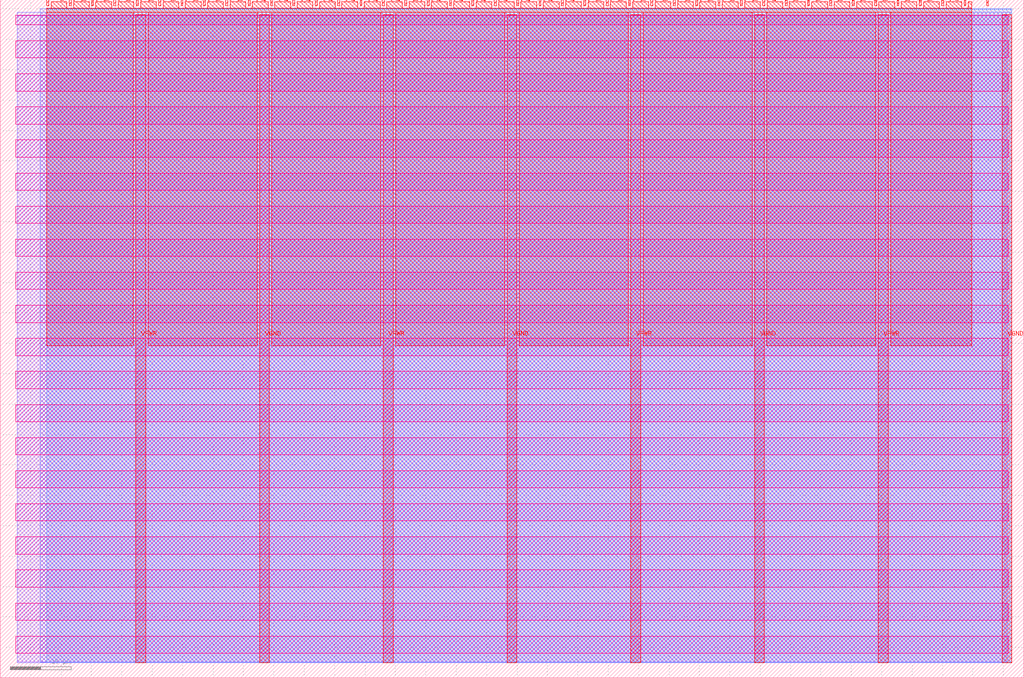
<source format=lef>
VERSION 5.7 ;
  NOWIREEXTENSIONATPIN ON ;
  DIVIDERCHAR "/" ;
  BUSBITCHARS "[]" ;
MACRO tt_um_MultiPatternLEDSequencer_RSYO3000
  CLASS BLOCK ;
  FOREIGN tt_um_MultiPatternLEDSequencer_RSYO3000 ;
  ORIGIN 0.000 0.000 ;
  SIZE 168.360 BY 111.520 ;
  PIN VGND
    DIRECTION INOUT ;
    USE GROUND ;
    PORT
      LAYER met4 ;
        RECT 42.670 2.480 44.270 109.040 ;
    END
    PORT
      LAYER met4 ;
        RECT 83.380 2.480 84.980 109.040 ;
    END
    PORT
      LAYER met4 ;
        RECT 124.090 2.480 125.690 109.040 ;
    END
    PORT
      LAYER met4 ;
        RECT 164.800 2.480 166.400 109.040 ;
    END
  END VGND
  PIN VPWR
    DIRECTION INOUT ;
    USE POWER ;
    PORT
      LAYER met4 ;
        RECT 22.315 2.480 23.915 109.040 ;
    END
    PORT
      LAYER met4 ;
        RECT 63.025 2.480 64.625 109.040 ;
    END
    PORT
      LAYER met4 ;
        RECT 103.735 2.480 105.335 109.040 ;
    END
    PORT
      LAYER met4 ;
        RECT 144.445 2.480 146.045 109.040 ;
    END
  END VPWR
  PIN clk
    DIRECTION INPUT ;
    USE SIGNAL ;
    ANTENNAGATEAREA 0.852000 ;
    PORT
      LAYER met4 ;
        RECT 158.550 110.520 158.850 111.520 ;
    END
  END clk
  PIN ena
    DIRECTION INPUT ;
    USE SIGNAL ;
    PORT
      LAYER met4 ;
        RECT 162.230 110.520 162.530 111.520 ;
    END
  END ena
  PIN rst_n
    DIRECTION INPUT ;
    USE SIGNAL ;
    ANTENNAGATEAREA 0.213000 ;
    PORT
      LAYER met4 ;
        RECT 154.870 110.520 155.170 111.520 ;
    END
  END rst_n
  PIN ui_in[0]
    DIRECTION INPUT ;
    USE SIGNAL ;
    ANTENNAGATEAREA 0.196500 ;
    PORT
      LAYER met4 ;
        RECT 151.190 110.520 151.490 111.520 ;
    END
  END ui_in[0]
  PIN ui_in[1]
    DIRECTION INPUT ;
    USE SIGNAL ;
    ANTENNAGATEAREA 0.126000 ;
    PORT
      LAYER met4 ;
        RECT 147.510 110.520 147.810 111.520 ;
    END
  END ui_in[1]
  PIN ui_in[2]
    DIRECTION INPUT ;
    USE SIGNAL ;
    ANTENNAGATEAREA 0.213000 ;
    PORT
      LAYER met4 ;
        RECT 143.830 110.520 144.130 111.520 ;
    END
  END ui_in[2]
  PIN ui_in[3]
    DIRECTION INPUT ;
    USE SIGNAL ;
    ANTENNAGATEAREA 0.213000 ;
    PORT
      LAYER met4 ;
        RECT 140.150 110.520 140.450 111.520 ;
    END
  END ui_in[3]
  PIN ui_in[4]
    DIRECTION INPUT ;
    USE SIGNAL ;
    ANTENNAGATEAREA 0.159000 ;
    PORT
      LAYER met4 ;
        RECT 136.470 110.520 136.770 111.520 ;
    END
  END ui_in[4]
  PIN ui_in[5]
    DIRECTION INPUT ;
    USE SIGNAL ;
    ANTENNAGATEAREA 0.213000 ;
    PORT
      LAYER met4 ;
        RECT 132.790 110.520 133.090 111.520 ;
    END
  END ui_in[5]
  PIN ui_in[6]
    DIRECTION INPUT ;
    USE SIGNAL ;
    ANTENNAGATEAREA 0.213000 ;
    PORT
      LAYER met4 ;
        RECT 129.110 110.520 129.410 111.520 ;
    END
  END ui_in[6]
  PIN ui_in[7]
    DIRECTION INPUT ;
    USE SIGNAL ;
    PORT
      LAYER met4 ;
        RECT 125.430 110.520 125.730 111.520 ;
    END
  END ui_in[7]
  PIN uio_in[0]
    DIRECTION INPUT ;
    USE SIGNAL ;
    PORT
      LAYER met4 ;
        RECT 121.750 110.520 122.050 111.520 ;
    END
  END uio_in[0]
  PIN uio_in[1]
    DIRECTION INPUT ;
    USE SIGNAL ;
    PORT
      LAYER met4 ;
        RECT 118.070 110.520 118.370 111.520 ;
    END
  END uio_in[1]
  PIN uio_in[2]
    DIRECTION INPUT ;
    USE SIGNAL ;
    PORT
      LAYER met4 ;
        RECT 114.390 110.520 114.690 111.520 ;
    END
  END uio_in[2]
  PIN uio_in[3]
    DIRECTION INPUT ;
    USE SIGNAL ;
    PORT
      LAYER met4 ;
        RECT 110.710 110.520 111.010 111.520 ;
    END
  END uio_in[3]
  PIN uio_in[4]
    DIRECTION INPUT ;
    USE SIGNAL ;
    PORT
      LAYER met4 ;
        RECT 107.030 110.520 107.330 111.520 ;
    END
  END uio_in[4]
  PIN uio_in[5]
    DIRECTION INPUT ;
    USE SIGNAL ;
    PORT
      LAYER met4 ;
        RECT 103.350 110.520 103.650 111.520 ;
    END
  END uio_in[5]
  PIN uio_in[6]
    DIRECTION INPUT ;
    USE SIGNAL ;
    PORT
      LAYER met4 ;
        RECT 99.670 110.520 99.970 111.520 ;
    END
  END uio_in[6]
  PIN uio_in[7]
    DIRECTION INPUT ;
    USE SIGNAL ;
    PORT
      LAYER met4 ;
        RECT 95.990 110.520 96.290 111.520 ;
    END
  END uio_in[7]
  PIN uio_oe[0]
    DIRECTION OUTPUT TRISTATE ;
    USE SIGNAL ;
    PORT
      LAYER met4 ;
        RECT 33.430 110.520 33.730 111.520 ;
    END
  END uio_oe[0]
  PIN uio_oe[1]
    DIRECTION OUTPUT TRISTATE ;
    USE SIGNAL ;
    PORT
      LAYER met4 ;
        RECT 29.750 110.520 30.050 111.520 ;
    END
  END uio_oe[1]
  PIN uio_oe[2]
    DIRECTION OUTPUT TRISTATE ;
    USE SIGNAL ;
    PORT
      LAYER met4 ;
        RECT 26.070 110.520 26.370 111.520 ;
    END
  END uio_oe[2]
  PIN uio_oe[3]
    DIRECTION OUTPUT TRISTATE ;
    USE SIGNAL ;
    PORT
      LAYER met4 ;
        RECT 22.390 110.520 22.690 111.520 ;
    END
  END uio_oe[3]
  PIN uio_oe[4]
    DIRECTION OUTPUT TRISTATE ;
    USE SIGNAL ;
    PORT
      LAYER met4 ;
        RECT 18.710 110.520 19.010 111.520 ;
    END
  END uio_oe[4]
  PIN uio_oe[5]
    DIRECTION OUTPUT TRISTATE ;
    USE SIGNAL ;
    PORT
      LAYER met4 ;
        RECT 15.030 110.520 15.330 111.520 ;
    END
  END uio_oe[5]
  PIN uio_oe[6]
    DIRECTION OUTPUT TRISTATE ;
    USE SIGNAL ;
    PORT
      LAYER met4 ;
        RECT 11.350 110.520 11.650 111.520 ;
    END
  END uio_oe[6]
  PIN uio_oe[7]
    DIRECTION OUTPUT TRISTATE ;
    USE SIGNAL ;
    PORT
      LAYER met4 ;
        RECT 7.670 110.520 7.970 111.520 ;
    END
  END uio_oe[7]
  PIN uio_out[0]
    DIRECTION OUTPUT TRISTATE ;
    USE SIGNAL ;
    PORT
      LAYER met4 ;
        RECT 62.870 110.520 63.170 111.520 ;
    END
  END uio_out[0]
  PIN uio_out[1]
    DIRECTION OUTPUT TRISTATE ;
    USE SIGNAL ;
    PORT
      LAYER met4 ;
        RECT 59.190 110.520 59.490 111.520 ;
    END
  END uio_out[1]
  PIN uio_out[2]
    DIRECTION OUTPUT TRISTATE ;
    USE SIGNAL ;
    PORT
      LAYER met4 ;
        RECT 55.510 110.520 55.810 111.520 ;
    END
  END uio_out[2]
  PIN uio_out[3]
    DIRECTION OUTPUT TRISTATE ;
    USE SIGNAL ;
    PORT
      LAYER met4 ;
        RECT 51.830 110.520 52.130 111.520 ;
    END
  END uio_out[3]
  PIN uio_out[4]
    DIRECTION OUTPUT TRISTATE ;
    USE SIGNAL ;
    PORT
      LAYER met4 ;
        RECT 48.150 110.520 48.450 111.520 ;
    END
  END uio_out[4]
  PIN uio_out[5]
    DIRECTION OUTPUT TRISTATE ;
    USE SIGNAL ;
    PORT
      LAYER met4 ;
        RECT 44.470 110.520 44.770 111.520 ;
    END
  END uio_out[5]
  PIN uio_out[6]
    DIRECTION OUTPUT TRISTATE ;
    USE SIGNAL ;
    PORT
      LAYER met4 ;
        RECT 40.790 110.520 41.090 111.520 ;
    END
  END uio_out[6]
  PIN uio_out[7]
    DIRECTION OUTPUT TRISTATE ;
    USE SIGNAL ;
    PORT
      LAYER met4 ;
        RECT 37.110 110.520 37.410 111.520 ;
    END
  END uio_out[7]
  PIN uo_out[0]
    DIRECTION OUTPUT TRISTATE ;
    USE SIGNAL ;
    ANTENNAGATEAREA 0.247500 ;
    ANTENNADIFFAREA 0.891000 ;
    PORT
      LAYER met4 ;
        RECT 92.310 110.520 92.610 111.520 ;
    END
  END uo_out[0]
  PIN uo_out[1]
    DIRECTION OUTPUT TRISTATE ;
    USE SIGNAL ;
    ANTENNAGATEAREA 0.499500 ;
    ANTENNADIFFAREA 0.891000 ;
    PORT
      LAYER met4 ;
        RECT 88.630 110.520 88.930 111.520 ;
    END
  END uo_out[1]
  PIN uo_out[2]
    DIRECTION OUTPUT TRISTATE ;
    USE SIGNAL ;
    ANTENNAGATEAREA 0.499500 ;
    ANTENNADIFFAREA 0.891000 ;
    PORT
      LAYER met4 ;
        RECT 84.950 110.520 85.250 111.520 ;
    END
  END uo_out[2]
  PIN uo_out[3]
    DIRECTION OUTPUT TRISTATE ;
    USE SIGNAL ;
    ANTENNAGATEAREA 0.378000 ;
    ANTENNADIFFAREA 0.891000 ;
    PORT
      LAYER met4 ;
        RECT 81.270 110.520 81.570 111.520 ;
    END
  END uo_out[3]
  PIN uo_out[4]
    DIRECTION OUTPUT TRISTATE ;
    USE SIGNAL ;
    ANTENNAGATEAREA 0.499500 ;
    ANTENNADIFFAREA 0.891000 ;
    PORT
      LAYER met4 ;
        RECT 77.590 110.520 77.890 111.520 ;
    END
  END uo_out[4]
  PIN uo_out[5]
    DIRECTION OUTPUT TRISTATE ;
    USE SIGNAL ;
    ANTENNAGATEAREA 0.499500 ;
    ANTENNADIFFAREA 0.891000 ;
    PORT
      LAYER met4 ;
        RECT 73.910 110.520 74.210 111.520 ;
    END
  END uo_out[5]
  PIN uo_out[6]
    DIRECTION OUTPUT TRISTATE ;
    USE SIGNAL ;
    ANTENNAGATEAREA 0.252000 ;
    ANTENNADIFFAREA 0.891000 ;
    PORT
      LAYER met4 ;
        RECT 70.230 110.520 70.530 111.520 ;
    END
  END uo_out[6]
  PIN uo_out[7]
    DIRECTION OUTPUT TRISTATE ;
    USE SIGNAL ;
    ANTENNADIFFAREA 0.891000 ;
    PORT
      LAYER met4 ;
        RECT 66.550 110.520 66.850 111.520 ;
    END
  END uo_out[7]
  OBS
      LAYER nwell ;
        RECT 2.570 107.385 165.790 108.990 ;
        RECT 2.570 101.945 165.790 104.775 ;
        RECT 2.570 96.505 165.790 99.335 ;
        RECT 2.570 91.065 165.790 93.895 ;
        RECT 2.570 85.625 165.790 88.455 ;
        RECT 2.570 80.185 165.790 83.015 ;
        RECT 2.570 74.745 165.790 77.575 ;
        RECT 2.570 69.305 165.790 72.135 ;
        RECT 2.570 63.865 165.790 66.695 ;
        RECT 2.570 58.425 165.790 61.255 ;
        RECT 2.570 52.985 165.790 55.815 ;
        RECT 2.570 47.545 165.790 50.375 ;
        RECT 2.570 42.105 165.790 44.935 ;
        RECT 2.570 36.665 165.790 39.495 ;
        RECT 2.570 31.225 165.790 34.055 ;
        RECT 2.570 25.785 165.790 28.615 ;
        RECT 2.570 20.345 165.790 23.175 ;
        RECT 2.570 14.905 165.790 17.735 ;
        RECT 2.570 9.465 165.790 12.295 ;
        RECT 2.570 4.025 165.790 6.855 ;
      LAYER li1 ;
        RECT 2.760 2.635 165.600 108.885 ;
      LAYER met1 ;
        RECT 2.760 2.480 166.400 109.440 ;
      LAYER met2 ;
        RECT 6.540 2.535 166.370 110.005 ;
      LAYER met3 ;
        RECT 7.630 2.555 166.390 109.985 ;
      LAYER met4 ;
        RECT 8.370 110.120 10.950 111.170 ;
        RECT 12.050 110.120 14.630 111.170 ;
        RECT 15.730 110.120 18.310 111.170 ;
        RECT 19.410 110.120 21.990 111.170 ;
        RECT 23.090 110.120 25.670 111.170 ;
        RECT 26.770 110.120 29.350 111.170 ;
        RECT 30.450 110.120 33.030 111.170 ;
        RECT 34.130 110.120 36.710 111.170 ;
        RECT 37.810 110.120 40.390 111.170 ;
        RECT 41.490 110.120 44.070 111.170 ;
        RECT 45.170 110.120 47.750 111.170 ;
        RECT 48.850 110.120 51.430 111.170 ;
        RECT 52.530 110.120 55.110 111.170 ;
        RECT 56.210 110.120 58.790 111.170 ;
        RECT 59.890 110.120 62.470 111.170 ;
        RECT 63.570 110.120 66.150 111.170 ;
        RECT 67.250 110.120 69.830 111.170 ;
        RECT 70.930 110.120 73.510 111.170 ;
        RECT 74.610 110.120 77.190 111.170 ;
        RECT 78.290 110.120 80.870 111.170 ;
        RECT 81.970 110.120 84.550 111.170 ;
        RECT 85.650 110.120 88.230 111.170 ;
        RECT 89.330 110.120 91.910 111.170 ;
        RECT 93.010 110.120 95.590 111.170 ;
        RECT 96.690 110.120 99.270 111.170 ;
        RECT 100.370 110.120 102.950 111.170 ;
        RECT 104.050 110.120 106.630 111.170 ;
        RECT 107.730 110.120 110.310 111.170 ;
        RECT 111.410 110.120 113.990 111.170 ;
        RECT 115.090 110.120 117.670 111.170 ;
        RECT 118.770 110.120 121.350 111.170 ;
        RECT 122.450 110.120 125.030 111.170 ;
        RECT 126.130 110.120 128.710 111.170 ;
        RECT 129.810 110.120 132.390 111.170 ;
        RECT 133.490 110.120 136.070 111.170 ;
        RECT 137.170 110.120 139.750 111.170 ;
        RECT 140.850 110.120 143.430 111.170 ;
        RECT 144.530 110.120 147.110 111.170 ;
        RECT 148.210 110.120 150.790 111.170 ;
        RECT 151.890 110.120 154.470 111.170 ;
        RECT 155.570 110.120 158.150 111.170 ;
        RECT 159.250 110.120 159.770 111.170 ;
        RECT 7.655 109.440 159.770 110.120 ;
        RECT 7.655 54.575 21.915 109.440 ;
        RECT 24.315 54.575 42.270 109.440 ;
        RECT 44.670 54.575 62.625 109.440 ;
        RECT 65.025 54.575 82.980 109.440 ;
        RECT 85.380 54.575 103.335 109.440 ;
        RECT 105.735 54.575 123.690 109.440 ;
        RECT 126.090 54.575 144.045 109.440 ;
        RECT 146.445 54.575 159.770 109.440 ;
  END
END tt_um_MultiPatternLEDSequencer_RSYO3000
END LIBRARY


</source>
